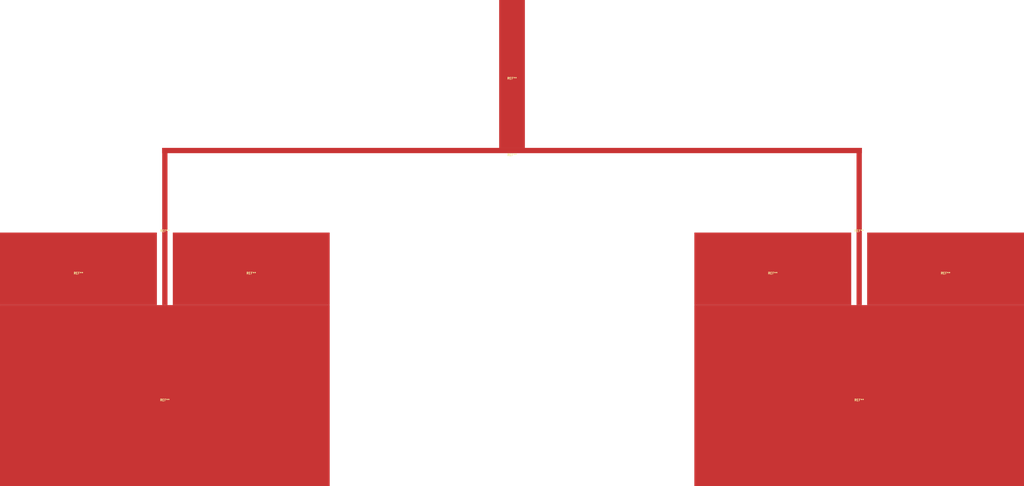
<source format=kicad_pcb>
(kicad_pcb (version 4) (host pcbnew 4.0.4+dfsg1-stable)

  (general
    (links 0)
    (no_connects 0)
    (area 0 0 0 0)
    (thickness 1.6)
    (drawings 0)
    (tracks 0)
    (zones 0)
    (modules 1)
    (nets 1)
  )

  (page A4)
  (layers
    (0 F.Cu signal)
    (31 B.Cu signal)
    (32 B.Adhes user)
    (33 F.Adhes user)
    (34 B.Paste user)
    (35 F.Paste user)
    (36 B.SilkS user)
    (37 F.SilkS user)
    (38 B.Mask user)
    (39 F.Mask user)
    (40 Dwgs.User user)
    (41 Cmts.User user)
    (42 Eco1.User user)
    (43 Eco2.User user)
    (44 Edge.Cuts user)
    (45 Margin user)
    (46 B.CrtYd user)
    (47 F.CrtYd user)
    (48 B.Fab user)
    (49 F.Fab user)
  )

  (setup
    (last_trace_width 0.25)
    (trace_clearance 0.2)
    (zone_clearance 0.508)
    (zone_45_only no)
    (trace_min 0.2)
    (segment_width 0.2)
    (edge_width 0.15)
    (via_size 0.6)
    (via_drill 0.4)
    (via_min_size 0.4)
    (via_min_drill 0.3)
    (uvia_size 0.3)
    (uvia_drill 0.1)
    (uvias_allowed no)
    (uvia_min_size 0.2)
    (uvia_min_drill 0.1)
    (pcb_text_width 0.3)
    (pcb_text_size 1.5 1.5)
    (mod_edge_width 0.15)
    (mod_text_size 1 1)
    (mod_text_width 0.15)
    (pad_size 1 3)
    (pad_drill 0)
    (pad_to_mask_clearance 0.2)
    (aux_axis_origin 0 0)
    (visible_elements FFFFFF7F)
    (pcbplotparams
      (layerselection 0x00030_80000001)
      (usegerberextensions false)
      (excludeedgelayer true)
      (linewidth 0.150000)
      (plotframeref false)
      (viasonmask false)
      (mode 1)
      (useauxorigin false)
      (hpglpennumber 1)
      (hpglpenspeed 20)
      (hpglpendiameter 15)
      (hpglpenoverlay 2)
      (psnegative false)
      (psa4output false)
      (plotreference true)
      (plotvalue true)
      (plotinvisibletext false)
      (padsonsilk false)
      (subtractmaskfromsilk false)
      (outputformat 1)
      (mirror false)
      (drillshape 1)
      (scaleselection 1)
      (outputdirectory ""))
  )

  (net 0 "")

  (net_class Default "This is the default net class."
    (clearance 0.2)
    (trace_width 0.25)
    (via_dia 0.6)
    (via_drill 0.4)
    (uvia_dia 0.3)
    (uvia_drill 0.1)
  )



  (module PATCH1 (layer F.Cu) (tedit 0) (tstamp 0)
    (at 38.984 27.854 0)
    (fp_text reference REF** (at 0 0.5) (layer F.SilkS)
      (effects (font (size 0.25 0.25) (thickness 0.05)))
    )
    (fp_text value micostrip_line (at 0 -0.5) (layer F.Fab)
      (effects (font (size 0.25 0.25) (thickness 0.05)))
    )
    (pad 1 smd rect (at 0 0 0) (size 37.0218 20.364) (layers F.Cu))
  )

  (module PATCH2 (layer F.Cu) (tedit 0) (tstamp 0)
    (at 48.686 13.596 0)
    (fp_text reference REF** (at 0 0.5) (layer F.SilkS)
      (effects (font (size 0.25 0.25) (thickness 0.05)))
    )
    (fp_text value micostrip_line (at 0 -0.5) (layer F.Fab)
      (effects (font (size 0.25 0.25) (thickness 0.05)))
    )
    (pad 1 smd rect (at 0 0 0) (size 17.617 8.151) (layers F.Cu))
  )

  (module PATCH3 (layer F.Cu) (tedit 0) (tstamp 0)
    (at 29.282 13.596 0)
    (fp_text reference REF** (at 0 0.5) (layer F.SilkS)
      (effects (font (size 0.25 0.25) (thickness 0.05)))
    )
    (fp_text value micostrip_line (at 0 -0.5) (layer F.Fab)
      (effects (font (size 0.25 0.25) (thickness 0.05)))
    )
    (pad 1 smd rect (at 0 0 0) (size 17.617 8.151) (layers F.Cu))
  )

  (module PATCH4 (layer F.Cu) (tedit 0) (tstamp 0)
    (at -38.984 27.854 0)
    (fp_text reference REF** (at 0 0.5) (layer F.SilkS)
      (effects (font (size 0.25 0.25) (thickness 0.05)))
    )
    (fp_text value micostrip_line (at 0 -0.5) (layer F.Fab)
      (effects (font (size 0.25 0.25) (thickness 0.05)))
    )
    (pad 1 smd rect (at 0 0 0) (size 37.0218 20.364) (layers F.Cu))
  )

  (module PATCH5 (layer F.Cu) (tedit 0) (tstamp 0)
    (at -29.282 13.596 0)
    (fp_text reference REF** (at 0 0.5) (layer F.SilkS)
      (effects (font (size 0.25 0.25) (thickness 0.05)))
    )
    (fp_text value micostrip_line (at 0 -0.5) (layer F.Fab)
      (effects (font (size 0.25 0.25) (thickness 0.05)))
    )
    (pad 1 smd rect (at 0 0 0) (size 17.617 8.151) (layers F.Cu))
  )

  (module PATCH6 (layer F.Cu) (tedit 0) (tstamp 0)
    (at -48.686 13.596 0)
    (fp_text reference REF** (at 0 0.5) (layer F.SilkS)
      (effects (font (size 0.25 0.25) (thickness 0.05)))
    )
    (fp_text value micostrip_line (at 0 -0.5) (layer F.Fab)
      (effects (font (size 0.25 0.25) (thickness 0.05)))
    )
    (pad 1 smd rect (at 0 0 0) (size 17.617 8.151) (layers F.Cu))
  )

  (module TRANS (layer F.Cu) (tedit 0) (tstamp 0)
    (at 38.984 8.8358 0)
    (fp_text reference REF** (at 0 0.5) (layer F.SilkS)
      (effects (font (size 0.25 0.25) (thickness 0.05)))
    )
    (fp_text value micostrip_line (at 0 -0.5) (layer F.Fab)
      (effects (font (size 0.25 0.25) (thickness 0.05)))
    )
    (pad 1 smd rect (at 0 0 0) (size 0.595607 17.6716) (layers F.Cu))
  )

  (module TRANS (layer F.Cu) (tedit 0) (tstamp 0)
    (at -38.984 8.8358 0)
    (fp_text reference REF** (at 0 0.5) (layer F.SilkS)
      (effects (font (size 0.25 0.25) (thickness 0.05)))
    )
    (fp_text value micostrip_line (at 0 -0.5) (layer F.Fab)
      (effects (font (size 0.25 0.25) (thickness 0.05)))
    )
    (pad 1 smd rect (at 0 0 0) (size 0.595607 17.6716) (layers F.Cu))
  )

 (module TRANSH (layer F.Cu) (tedit 0) (tstamp 0)
    (at 0 0.2978 0)
    (fp_text reference REF** (at 0 0.5) (layer F.SilkS)
      (effects (font (size 0.25 0.25) (thickness 0.05)))
    )
    (fp_text value micostrip_line (at 0 -0.5) (layer F.Fab)
      (effects (font (size 0.25 0.25) (thickness 0.05)))
    )
    (pad 1 smd rect (at 0 0 0) (size 78.564 0.595607) (layers F.Cu))
  )

  (module LINE (layer F.Cu) (tedit 0) (tstamp 0)
    (at 0 -8.3105 0)
    (fp_text reference REF** (at 0 0.5) (layer F.SilkS)
      (effects (font (size 0.25 0.25) (thickness 0.05)))
    )
    (fp_text value micostrip_line (at 0 -0.5) (layer F.Fab)
      (effects (font (size 0.25 0.25) (thickness 0.05)))
    )
    (pad 1 smd rect (at 0 0 0) (size 2.8892 16.621) (layers F.Cu))
  )



)

</source>
